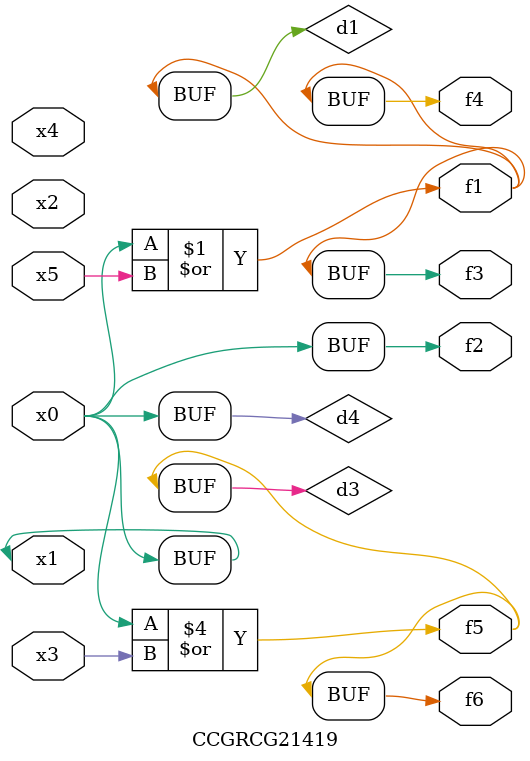
<source format=v>
module CCGRCG21419(
	input x0, x1, x2, x3, x4, x5,
	output f1, f2, f3, f4, f5, f6
);

	wire d1, d2, d3, d4;

	or (d1, x0, x5);
	xnor (d2, x1, x4);
	or (d3, x0, x3);
	buf (d4, x0, x1);
	assign f1 = d1;
	assign f2 = d4;
	assign f3 = d1;
	assign f4 = d1;
	assign f5 = d3;
	assign f6 = d3;
endmodule

</source>
